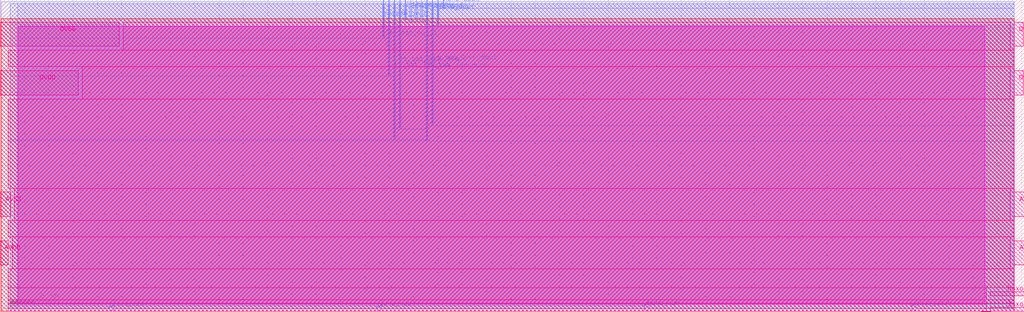
<source format=lef>
VERSION 5.7 ;
  NOWIREEXTENSIONATPIN ON ;
  DIVIDERCHAR "/" ;
  BUSBITCHARS "[]" ;
MACRO frigate_timing_frontend
  CLASS BLOCK ;
  FOREIGN frigate_timing_frontend ;
  ORIGIN 0.000 0.000 ;
  SIZE 420.930 BY 128.380 ;
  PIN lsxo_xin
    ANTENNAGATEAREA 40.202499 ;
    ANTENNADIFFAREA 0.405000 ;
    PORT
      LAYER met2 ;
        RECT 45.000 0.000 46.500 2.000 ;
    END
  END lsxo_xin
  PIN lsxo_xout
    ANTENNAGATEAREA 16.202499 ;
    ANTENNADIFFAREA 20.125000 ;
    PORT
      LAYER met2 ;
        RECT 155.000 0.000 156.500 2.000 ;
    END
  END lsxo_xout
  PIN hsxo_xin
    ANTENNAGATEAREA 18.202499 ;
    ANTENNADIFFAREA 113.155396 ;
    PORT
      LAYER met2 ;
        RECT 265.000 0.000 266.500 2.580 ;
    END
  END hsxo_xin
  PIN hsxo_xout
    ANTENNADIFFAREA 157.759995 ;
    PORT
      LAYER met2 ;
        RECT 375.000 0.000 376.500 2.580 ;
    END
  END hsxo_xout
  PIN rc_osc_16M_ena
    ANTENNAGATEAREA 0.985500 ;
    ANTENNADIFFAREA 0.202500 ;
    PORT
      LAYER met2 ;
        RECT 162.000 70.910 162.140 128.000 ;
    END
  END rc_osc_16M_ena
  PIN rc_osc_500k_ena
    ANTENNAGATEAREA 1.060500 ;
    ANTENNADIFFAREA 0.202500 ;
    PORT
      LAYER met2 ;
        RECT 164.240 75.380 164.380 128.000 ;
    END
  END rc_osc_500k_ena
  PIN lsxo_ena
    ANTENNAGATEAREA 0.399000 ;
    ANTENNADIFFAREA 0.202500 ;
    PORT
      LAYER met2 ;
        RECT 166.480 120.295 166.620 128.000 ;
    END
  END lsxo_ena
  PIN lsxo_standby
    ANTENNAGATEAREA 0.399000 ;
    ANTENNADIFFAREA 0.202500 ;
    PORT
      LAYER met2 ;
        RECT 168.720 119.250 168.860 128.000 ;
    END
  END lsxo_standby
  PIN hsxo_ena
    ANTENNAGATEAREA 0.800000 ;
    PORT
      LAYER met2 ;
        RECT 170.960 120.300 171.100 128.000 ;
    END
  END hsxo_ena
  PIN hsxo_standby
    ANTENNAGATEAREA 10.400000 ;
    PORT
      LAYER met2 ;
        RECT 173.200 119.680 173.340 128.000 ;
    END
  END hsxo_standby
  PIN rc_osc_16M_dout
    ANTENNADIFFAREA 0.731800 ;
    PORT
      LAYER met2 ;
        RECT 175.440 70.330 175.580 128.000 ;
    END
  END rc_osc_16M_dout
  PIN rc_osc_500k_dout
    ANTENNADIFFAREA 0.556800 ;
    PORT
      LAYER met2 ;
        RECT 177.680 76.835 177.820 128.000 ;
    END
  END rc_osc_500k_dout
  PIN lsxo_dout
    ANTENNADIFFAREA 1.377500 ;
    PORT
      LAYER met2 ;
        RECT 179.920 118.150 180.060 128.000 ;
    END
  END lsxo_dout
  PIN hsxo_dout
    ANTENNAGATEAREA 0.500000 ;
    ANTENNADIFFAREA 7.020000 ;
    PORT
      LAYER met2 ;
        RECT 182.160 125.025 182.300 128.000 ;
    END
  END hsxo_dout
  PIN lsxo_ibias
    ANTENNADIFFAREA 5.887000 ;
    PORT
      LAYER met5 ;
        RECT 407.025 0.000 421.000 1.600 ;
    END
  END lsxo_ibias
  PIN hsxo_ibias
    ANTENNADIFFAREA 5.800000 ;
    PORT
      LAYER met5 ;
        RECT 407.065 6.400 421.000 8.000 ;
    END
  END hsxo_ibias
  PIN AVSS
    ANTENNADIFFAREA 289.515991 ;
    PORT
      LAYER met5 ;
        RECT 416.830 39.065 420.930 49.065 ;
    END
    PORT
      LAYER met5 ;
        RECT 0.005 39.065 4.230 49.065 ;
    END
  END AVSS
  PIN AVDD
    ANTENNAGATEAREA 9.000000 ;
    ANTENNADIFFAREA 480.273987 ;
    PORT
      LAYER met5 ;
        RECT 416.830 19.065 420.930 29.065 ;
    END
    PORT
      LAYER met5 ;
        RECT 0.005 19.065 3.260 29.065 ;
    END
  END AVDD
  PIN DVDD
    ANTENNADIFFAREA 90.964645 ;
    PORT
      LAYER met5 ;
        RECT 416.830 89.065 420.690 99.065 ;
    END
    PORT
      LAYER met5 ;
        RECT 0.005 89.065 32.025 99.065 ;
    END
  END DVDD
  PIN DVSS
    ANTENNAGATEAREA 12.000000 ;
    ANTENNADIFFAREA 2169.554688 ;
    PORT
      LAYER met5 ;
        RECT 416.840 109.065 420.690 119.065 ;
    END
    PORT
      LAYER met5 ;
        RECT 0.005 109.065 48.960 119.065 ;
    END
  END DVSS
  PIN resetb_in_h
    ANTENNAGATEAREA 1.027200 ;
    ANTENNADIFFAREA 0.607200 ;
    PORT
      LAYER met2 ;
        RECT 157.520 112.770 157.660 128.000 ;
    END
  END resetb_in_h
  PIN resetb_out_l
    ANTENNADIFFAREA 0.492900 ;
    PORT
      LAYER met2 ;
        RECT 159.760 97.090 159.900 128.000 ;
    END
  END resetb_out_l
  OBS
      LAYER nwell ;
        RECT 7.120 2.870 404.725 117.320 ;
      LAYER li1 ;
        RECT 7.300 3.050 416.805 117.140 ;
      LAYER met1 ;
        RECT 7.120 1.315 416.880 126.625 ;
      LAYER met2 ;
        RECT 4.095 112.490 157.240 126.640 ;
        RECT 157.940 112.490 159.480 126.640 ;
        RECT 4.095 96.810 159.480 112.490 ;
        RECT 160.180 96.810 161.720 126.640 ;
        RECT 4.095 70.630 161.720 96.810 ;
        RECT 162.420 75.100 163.960 126.640 ;
        RECT 164.660 120.015 166.200 126.640 ;
        RECT 166.900 120.015 168.440 126.640 ;
        RECT 164.660 118.970 168.440 120.015 ;
        RECT 169.140 120.020 170.680 126.640 ;
        RECT 171.380 120.020 172.920 126.640 ;
        RECT 169.140 119.400 172.920 120.020 ;
        RECT 173.620 119.400 175.160 126.640 ;
        RECT 169.140 118.970 175.160 119.400 ;
        RECT 164.660 75.100 175.160 118.970 ;
        RECT 162.420 70.630 175.160 75.100 ;
        RECT 4.095 70.050 175.160 70.630 ;
        RECT 175.860 76.555 177.400 126.640 ;
        RECT 178.100 117.870 179.640 126.640 ;
        RECT 180.340 124.745 181.880 126.640 ;
        RECT 182.580 124.745 416.885 126.640 ;
        RECT 180.340 117.870 416.885 124.745 ;
        RECT 178.100 76.555 416.885 117.870 ;
        RECT 175.860 70.050 416.885 76.555 ;
        RECT 4.095 2.860 416.885 70.050 ;
        RECT 4.095 2.280 264.720 2.860 ;
        RECT 4.095 0.980 44.720 2.280 ;
        RECT 46.780 0.980 154.720 2.280 ;
        RECT 156.780 0.980 264.720 2.280 ;
        RECT 266.780 0.980 374.720 2.860 ;
        RECT 376.780 0.980 416.885 2.860 ;
      LAYER met3 ;
        RECT 0.475 1.320 416.960 127.415 ;
      LAYER met4 ;
        RECT 0.490 0.015 416.960 120.385 ;
      LAYER met5 ;
        RECT 50.560 107.465 415.240 119.065 ;
        RECT 3.260 100.665 416.950 107.465 ;
        RECT 33.625 87.465 415.230 100.665 ;
        RECT 3.260 50.665 416.950 87.465 ;
        RECT 5.830 37.465 415.230 50.665 ;
        RECT 3.260 30.665 416.950 37.465 ;
        RECT 4.860 17.465 415.230 30.665 ;
        RECT 3.260 9.600 416.950 17.465 ;
        RECT 3.260 4.800 405.465 9.600 ;
        RECT 3.260 3.200 416.950 4.800 ;
        RECT 3.260 0.000 405.425 3.200 ;
        RECT 403.305 -0.105 407.145 0.000 ;
  END
END frigate_timing_frontend
END LIBRARY


</source>
